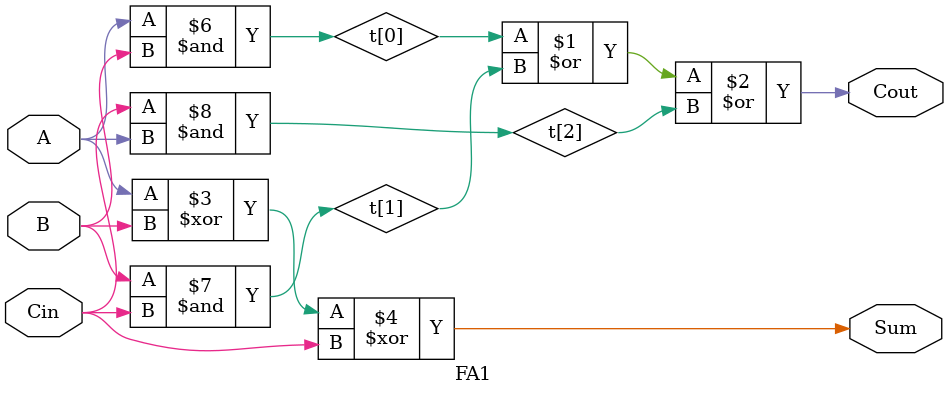
<source format=v>
module adder_gate(x, y, carry, out);
    input [7:0] x, y;
    output carry;
    output [7:0] out;

    /*Write your code here*/

    wire Co[0:8];
    // set Cin to 0
    assign Co[0] = 1'b0;

	genvar i;
	generate
		for (i = 0; i <= 7; i = i + 1) begin
			FA1 adder(Co[i+1], out[i], x[i], y[i], Co[i]);
		end
	endgenerate

	assign carry = Co[8];
    /*End of code*/

endmodule

// Full Adder (1-bit)
module FA1(Cout, Sum, A, B, Cin);
    input A, B, Cin;
	output Cout, Sum;

    wire t[0:2];

    and #1 and0(t[0], A, B);
    and #1 and1(t[1], B, Cin);
    and #1 and2(t[2], Cin, A);
    or #1 or0(Cout, t[0], t[1], t[2]);
    xor #1 xor0(Sum, A, B, Cin);
endmodule
</source>
